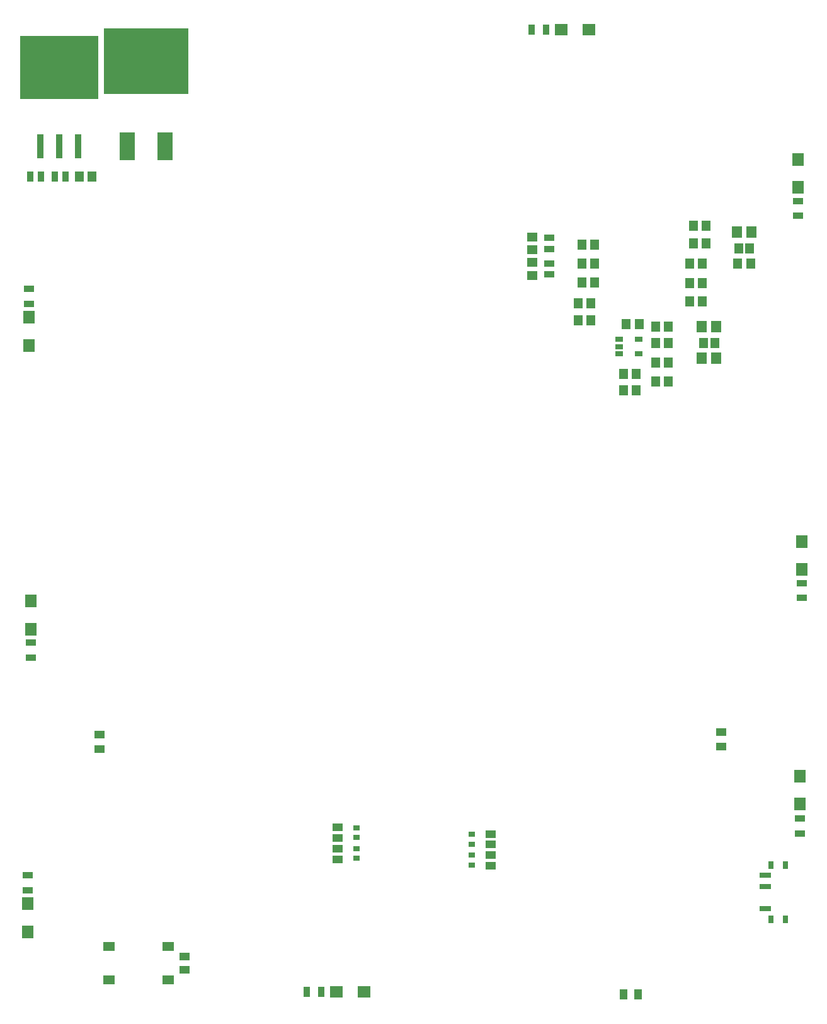
<source format=gbr>
G04*
G04 #@! TF.GenerationSoftware,Altium Limited,Altium Designer,22.4.2 (48)*
G04*
G04 Layer_Color=8421504*
%FSLAX24Y24*%
%MOIN*%
G70*
G04*
G04 #@! TF.SameCoordinates,ADE9840D-4DCF-43C8-90FB-517E77D495FD*
G04*
G04*
G04 #@! TF.FilePolarity,Positive*
G04*
G01*
G75*
%ADD17R,0.4173X0.3346*%
%ADD18R,0.0374X0.1299*%
%ADD19R,0.0374X0.0315*%
%ADD20R,0.0531X0.0433*%
%ADD21R,0.0571X0.0413*%
%ADD22R,0.0610X0.0512*%
%ADD23R,0.0689X0.0591*%
%ADD24R,0.0374X0.0571*%
%ADD25R,0.0571X0.0374*%
%ADD26R,0.0591X0.0689*%
%ADD27R,0.0315X0.0394*%
%ADD28R,0.0591X0.0276*%
%ADD29R,0.0531X0.0610*%
%ADD30R,0.0472X0.0571*%
%ADD31R,0.0453X0.0571*%
%ADD32R,0.0571X0.0453*%
%ADD33R,0.0531X0.0374*%
G04:AMPARAMS|DCode=34|XSize=43.3mil|YSize=23.6mil|CornerRadius=2mil|HoleSize=0mil|Usage=FLASHONLY|Rotation=0.000|XOffset=0mil|YOffset=0mil|HoleType=Round|Shape=RoundedRectangle|*
%AMROUNDEDRECTD34*
21,1,0.0433,0.0196,0,0,0.0*
21,1,0.0393,0.0236,0,0,0.0*
1,1,0.0040,0.0196,-0.0098*
1,1,0.0040,-0.0196,-0.0098*
1,1,0.0040,-0.0196,0.0098*
1,1,0.0040,0.0196,0.0098*
%
%ADD34ROUNDEDRECTD34*%
%ADD35R,0.0819X0.1500*%
%ADD36R,0.4500X0.3500*%
%ADD37R,0.0374X0.0531*%
%ADD38R,0.0554X0.0396*%
%ADD39R,0.0396X0.0554*%
D17*
X11400Y58305D02*
D03*
D18*
X12400Y54131D02*
D03*
X11400D02*
D03*
X10400D02*
D03*
D19*
X33250Y17244D02*
D03*
Y17756D02*
D03*
Y16144D02*
D03*
Y16656D02*
D03*
X27150Y17594D02*
D03*
Y18106D02*
D03*
Y16500D02*
D03*
Y17012D02*
D03*
D20*
X34250Y16651D02*
D03*
Y16100D02*
D03*
Y17776D02*
D03*
Y17224D02*
D03*
X26150Y17001D02*
D03*
Y16450D02*
D03*
Y17574D02*
D03*
Y18126D02*
D03*
D21*
X18050Y10586D02*
D03*
Y11314D02*
D03*
D22*
X14035Y11836D02*
D03*
X17165D02*
D03*
X14035Y10064D02*
D03*
X17165D02*
D03*
D23*
X37962Y60300D02*
D03*
X39438D02*
D03*
X26062Y9450D02*
D03*
X27538D02*
D03*
D24*
X36416Y60300D02*
D03*
X37184D02*
D03*
X24516Y9450D02*
D03*
X25284D02*
D03*
D25*
X9800Y46584D02*
D03*
Y45816D02*
D03*
X9750Y15584D02*
D03*
Y14816D02*
D03*
X50700Y30266D02*
D03*
Y31034D02*
D03*
X50600Y17816D02*
D03*
Y18584D02*
D03*
X50500Y50466D02*
D03*
Y51234D02*
D03*
X9900Y27116D02*
D03*
Y27884D02*
D03*
D26*
X50700Y31762D02*
D03*
Y33238D02*
D03*
X50600Y19362D02*
D03*
Y20838D02*
D03*
X50500Y51962D02*
D03*
Y53438D02*
D03*
X9800Y45088D02*
D03*
Y43612D02*
D03*
X9900Y28612D02*
D03*
Y30088D02*
D03*
X9750Y14088D02*
D03*
Y12612D02*
D03*
D27*
X49830Y16146D02*
D03*
Y13272D02*
D03*
X49070Y16146D02*
D03*
Y13272D02*
D03*
D28*
X48761Y13824D02*
D03*
Y15595D02*
D03*
Y15005D02*
D03*
D29*
X45400Y42950D02*
D03*
X46168D02*
D03*
X46184Y44600D02*
D03*
X45416D02*
D03*
X48034Y49600D02*
D03*
X47266D02*
D03*
D30*
X46095Y43750D02*
D03*
X45505D02*
D03*
X47945Y48750D02*
D03*
X47355D02*
D03*
D31*
X43644Y42700D02*
D03*
X42956D02*
D03*
X43644Y41700D02*
D03*
X42956D02*
D03*
X41256Y41250D02*
D03*
X41944D02*
D03*
X42094Y44750D02*
D03*
X41406D02*
D03*
X44756Y46900D02*
D03*
X45444D02*
D03*
X47994Y47950D02*
D03*
X47306D02*
D03*
X44756D02*
D03*
X45444D02*
D03*
X44956Y49000D02*
D03*
X45644D02*
D03*
X44956Y49950D02*
D03*
X45644D02*
D03*
X39061Y48950D02*
D03*
X39750D02*
D03*
X42956Y43750D02*
D03*
X43644D02*
D03*
Y44600D02*
D03*
X42956D02*
D03*
X44756Y45950D02*
D03*
X45444D02*
D03*
X39056Y47950D02*
D03*
X39744D02*
D03*
X38856Y44950D02*
D03*
X39544D02*
D03*
X38856Y45850D02*
D03*
X39544D02*
D03*
X39056Y46950D02*
D03*
X39744D02*
D03*
X41944Y42100D02*
D03*
X41256D02*
D03*
X12456Y52550D02*
D03*
X13144D02*
D03*
D32*
X36450Y47306D02*
D03*
Y47994D02*
D03*
Y49344D02*
D03*
Y48656D02*
D03*
D33*
X37350Y47945D02*
D03*
Y47355D02*
D03*
Y49295D02*
D03*
Y48705D02*
D03*
D34*
X42074Y43924D02*
D03*
Y43176D02*
D03*
X41050D02*
D03*
Y43550D02*
D03*
Y43924D02*
D03*
D35*
X17000Y54150D02*
D03*
X15000D02*
D03*
D36*
X16000Y58650D02*
D03*
D37*
X11155Y52550D02*
D03*
X11745D02*
D03*
X9855D02*
D03*
X10445D02*
D03*
D38*
X46445Y23154D02*
D03*
Y22406D02*
D03*
X13550Y23024D02*
D03*
Y22276D02*
D03*
D39*
X41276Y9300D02*
D03*
X42024D02*
D03*
M02*

</source>
